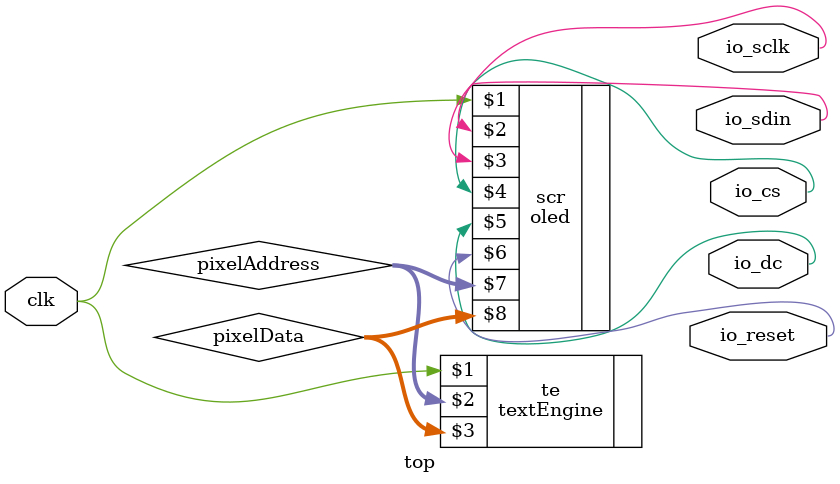
<source format=v>
module top
(
    input clk,
    output io_sclk,
    output io_sdin,
    output io_cs,
    output io_dc,
    output io_reset,
);
    wire [9:0] pixelAddress;
    wire [7:0] pixelData;

    oled scr(
        clk, 
        io_sclk, 
        io_sdin, 
        io_cs, 
        io_dc, 
        io_reset, 
        pixelAddress,
        pixelData
    );

    textEngine te(
        clk,
        pixelAddress,
        pixelData
    );
endmodule
</source>
